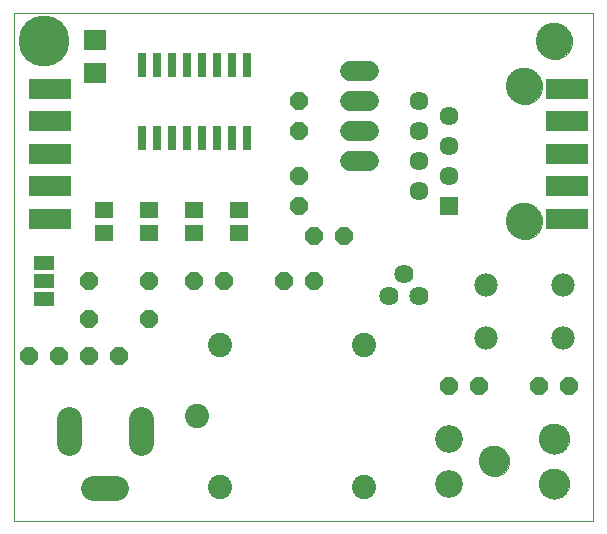
<source format=gts>
G75*
G70*
%OFA0B0*%
%FSLAX24Y24*%
%IPPOS*%
%LPD*%
%AMOC8*
5,1,8,0,0,1.08239X$1,22.5*
%
%ADD10C,0.0000*%
%ADD11C,0.1221*%
%ADD12R,0.0300X0.0840*%
%ADD13R,0.0631X0.0552*%
%ADD14R,0.0749X0.0670*%
%ADD15OC8,0.0600*%
%ADD16C,0.0634*%
%ADD17R,0.0634X0.0634*%
%ADD18R,0.1418X0.0709*%
%ADD19C,0.0680*%
%ADD20C,0.0827*%
%ADD21C,0.0808*%
%ADD22C,0.0640*%
%ADD23C,0.0926*%
%ADD24C,0.1024*%
%ADD25R,0.0670X0.0500*%
%ADD26C,0.0780*%
%ADD27C,0.1700*%
D10*
X004380Y000300D02*
X004380Y017249D01*
X023671Y017249D01*
X023671Y000300D01*
X004380Y000300D01*
X019888Y002300D02*
X019890Y002344D01*
X019896Y002388D01*
X019906Y002431D01*
X019919Y002473D01*
X019937Y002513D01*
X019958Y002552D01*
X019982Y002589D01*
X020009Y002624D01*
X020040Y002656D01*
X020073Y002685D01*
X020109Y002711D01*
X020147Y002733D01*
X020187Y002752D01*
X020228Y002768D01*
X020271Y002780D01*
X020314Y002788D01*
X020358Y002792D01*
X020402Y002792D01*
X020446Y002788D01*
X020489Y002780D01*
X020532Y002768D01*
X020573Y002752D01*
X020613Y002733D01*
X020651Y002711D01*
X020687Y002685D01*
X020720Y002656D01*
X020751Y002624D01*
X020778Y002589D01*
X020802Y002552D01*
X020823Y002513D01*
X020841Y002473D01*
X020854Y002431D01*
X020864Y002388D01*
X020870Y002344D01*
X020872Y002300D01*
X020870Y002256D01*
X020864Y002212D01*
X020854Y002169D01*
X020841Y002127D01*
X020823Y002087D01*
X020802Y002048D01*
X020778Y002011D01*
X020751Y001976D01*
X020720Y001944D01*
X020687Y001915D01*
X020651Y001889D01*
X020613Y001867D01*
X020573Y001848D01*
X020532Y001832D01*
X020489Y001820D01*
X020446Y001812D01*
X020402Y001808D01*
X020358Y001808D01*
X020314Y001812D01*
X020271Y001820D01*
X020228Y001832D01*
X020187Y001848D01*
X020147Y001867D01*
X020109Y001889D01*
X020073Y001915D01*
X020040Y001944D01*
X020009Y001976D01*
X019982Y002011D01*
X019958Y002048D01*
X019937Y002087D01*
X019919Y002127D01*
X019906Y002169D01*
X019896Y002212D01*
X019890Y002256D01*
X019888Y002300D01*
X021888Y001550D02*
X021890Y001594D01*
X021896Y001638D01*
X021906Y001681D01*
X021919Y001723D01*
X021937Y001763D01*
X021958Y001802D01*
X021982Y001839D01*
X022009Y001874D01*
X022040Y001906D01*
X022073Y001935D01*
X022109Y001961D01*
X022147Y001983D01*
X022187Y002002D01*
X022228Y002018D01*
X022271Y002030D01*
X022314Y002038D01*
X022358Y002042D01*
X022402Y002042D01*
X022446Y002038D01*
X022489Y002030D01*
X022532Y002018D01*
X022573Y002002D01*
X022613Y001983D01*
X022651Y001961D01*
X022687Y001935D01*
X022720Y001906D01*
X022751Y001874D01*
X022778Y001839D01*
X022802Y001802D01*
X022823Y001763D01*
X022841Y001723D01*
X022854Y001681D01*
X022864Y001638D01*
X022870Y001594D01*
X022872Y001550D01*
X022870Y001506D01*
X022864Y001462D01*
X022854Y001419D01*
X022841Y001377D01*
X022823Y001337D01*
X022802Y001298D01*
X022778Y001261D01*
X022751Y001226D01*
X022720Y001194D01*
X022687Y001165D01*
X022651Y001139D01*
X022613Y001117D01*
X022573Y001098D01*
X022532Y001082D01*
X022489Y001070D01*
X022446Y001062D01*
X022402Y001058D01*
X022358Y001058D01*
X022314Y001062D01*
X022271Y001070D01*
X022228Y001082D01*
X022187Y001098D01*
X022147Y001117D01*
X022109Y001139D01*
X022073Y001165D01*
X022040Y001194D01*
X022009Y001226D01*
X021982Y001261D01*
X021958Y001298D01*
X021937Y001337D01*
X021919Y001377D01*
X021906Y001419D01*
X021896Y001462D01*
X021890Y001506D01*
X021888Y001550D01*
X021888Y003050D02*
X021890Y003094D01*
X021896Y003138D01*
X021906Y003181D01*
X021919Y003223D01*
X021937Y003263D01*
X021958Y003302D01*
X021982Y003339D01*
X022009Y003374D01*
X022040Y003406D01*
X022073Y003435D01*
X022109Y003461D01*
X022147Y003483D01*
X022187Y003502D01*
X022228Y003518D01*
X022271Y003530D01*
X022314Y003538D01*
X022358Y003542D01*
X022402Y003542D01*
X022446Y003538D01*
X022489Y003530D01*
X022532Y003518D01*
X022573Y003502D01*
X022613Y003483D01*
X022651Y003461D01*
X022687Y003435D01*
X022720Y003406D01*
X022751Y003374D01*
X022778Y003339D01*
X022802Y003302D01*
X022823Y003263D01*
X022841Y003223D01*
X022854Y003181D01*
X022864Y003138D01*
X022870Y003094D01*
X022872Y003050D01*
X022870Y003006D01*
X022864Y002962D01*
X022854Y002919D01*
X022841Y002877D01*
X022823Y002837D01*
X022802Y002798D01*
X022778Y002761D01*
X022751Y002726D01*
X022720Y002694D01*
X022687Y002665D01*
X022651Y002639D01*
X022613Y002617D01*
X022573Y002598D01*
X022532Y002582D01*
X022489Y002570D01*
X022446Y002562D01*
X022402Y002558D01*
X022358Y002558D01*
X022314Y002562D01*
X022271Y002570D01*
X022228Y002582D01*
X022187Y002598D01*
X022147Y002617D01*
X022109Y002639D01*
X022073Y002665D01*
X022040Y002694D01*
X022009Y002726D01*
X021982Y002761D01*
X021958Y002798D01*
X021937Y002837D01*
X021919Y002877D01*
X021906Y002919D01*
X021896Y002962D01*
X021890Y003006D01*
X021888Y003050D01*
X020789Y010300D02*
X020791Y010348D01*
X020797Y010396D01*
X020807Y010443D01*
X020820Y010489D01*
X020838Y010534D01*
X020858Y010578D01*
X020883Y010620D01*
X020911Y010659D01*
X020941Y010696D01*
X020975Y010730D01*
X021012Y010762D01*
X021050Y010791D01*
X021091Y010816D01*
X021134Y010838D01*
X021179Y010856D01*
X021225Y010870D01*
X021272Y010881D01*
X021320Y010888D01*
X021368Y010891D01*
X021416Y010890D01*
X021464Y010885D01*
X021512Y010876D01*
X021558Y010864D01*
X021603Y010847D01*
X021647Y010827D01*
X021689Y010804D01*
X021729Y010777D01*
X021767Y010747D01*
X021802Y010714D01*
X021834Y010678D01*
X021864Y010640D01*
X021890Y010599D01*
X021912Y010556D01*
X021932Y010512D01*
X021947Y010467D01*
X021959Y010420D01*
X021967Y010372D01*
X021971Y010324D01*
X021971Y010276D01*
X021967Y010228D01*
X021959Y010180D01*
X021947Y010133D01*
X021932Y010088D01*
X021912Y010044D01*
X021890Y010001D01*
X021864Y009960D01*
X021834Y009922D01*
X021802Y009886D01*
X021767Y009853D01*
X021729Y009823D01*
X021689Y009796D01*
X021647Y009773D01*
X021603Y009753D01*
X021558Y009736D01*
X021512Y009724D01*
X021464Y009715D01*
X021416Y009710D01*
X021368Y009709D01*
X021320Y009712D01*
X021272Y009719D01*
X021225Y009730D01*
X021179Y009744D01*
X021134Y009762D01*
X021091Y009784D01*
X021050Y009809D01*
X021012Y009838D01*
X020975Y009870D01*
X020941Y009904D01*
X020911Y009941D01*
X020883Y009980D01*
X020858Y010022D01*
X020838Y010066D01*
X020820Y010111D01*
X020807Y010157D01*
X020797Y010204D01*
X020791Y010252D01*
X020789Y010300D01*
X020789Y014800D02*
X020791Y014848D01*
X020797Y014896D01*
X020807Y014943D01*
X020820Y014989D01*
X020838Y015034D01*
X020858Y015078D01*
X020883Y015120D01*
X020911Y015159D01*
X020941Y015196D01*
X020975Y015230D01*
X021012Y015262D01*
X021050Y015291D01*
X021091Y015316D01*
X021134Y015338D01*
X021179Y015356D01*
X021225Y015370D01*
X021272Y015381D01*
X021320Y015388D01*
X021368Y015391D01*
X021416Y015390D01*
X021464Y015385D01*
X021512Y015376D01*
X021558Y015364D01*
X021603Y015347D01*
X021647Y015327D01*
X021689Y015304D01*
X021729Y015277D01*
X021767Y015247D01*
X021802Y015214D01*
X021834Y015178D01*
X021864Y015140D01*
X021890Y015099D01*
X021912Y015056D01*
X021932Y015012D01*
X021947Y014967D01*
X021959Y014920D01*
X021967Y014872D01*
X021971Y014824D01*
X021971Y014776D01*
X021967Y014728D01*
X021959Y014680D01*
X021947Y014633D01*
X021932Y014588D01*
X021912Y014544D01*
X021890Y014501D01*
X021864Y014460D01*
X021834Y014422D01*
X021802Y014386D01*
X021767Y014353D01*
X021729Y014323D01*
X021689Y014296D01*
X021647Y014273D01*
X021603Y014253D01*
X021558Y014236D01*
X021512Y014224D01*
X021464Y014215D01*
X021416Y014210D01*
X021368Y014209D01*
X021320Y014212D01*
X021272Y014219D01*
X021225Y014230D01*
X021179Y014244D01*
X021134Y014262D01*
X021091Y014284D01*
X021050Y014309D01*
X021012Y014338D01*
X020975Y014370D01*
X020941Y014404D01*
X020911Y014441D01*
X020883Y014480D01*
X020858Y014522D01*
X020838Y014566D01*
X020820Y014611D01*
X020807Y014657D01*
X020797Y014704D01*
X020791Y014752D01*
X020789Y014800D01*
X021789Y016300D02*
X021791Y016348D01*
X021797Y016396D01*
X021807Y016443D01*
X021820Y016489D01*
X021838Y016534D01*
X021858Y016578D01*
X021883Y016620D01*
X021911Y016659D01*
X021941Y016696D01*
X021975Y016730D01*
X022012Y016762D01*
X022050Y016791D01*
X022091Y016816D01*
X022134Y016838D01*
X022179Y016856D01*
X022225Y016870D01*
X022272Y016881D01*
X022320Y016888D01*
X022368Y016891D01*
X022416Y016890D01*
X022464Y016885D01*
X022512Y016876D01*
X022558Y016864D01*
X022603Y016847D01*
X022647Y016827D01*
X022689Y016804D01*
X022729Y016777D01*
X022767Y016747D01*
X022802Y016714D01*
X022834Y016678D01*
X022864Y016640D01*
X022890Y016599D01*
X022912Y016556D01*
X022932Y016512D01*
X022947Y016467D01*
X022959Y016420D01*
X022967Y016372D01*
X022971Y016324D01*
X022971Y016276D01*
X022967Y016228D01*
X022959Y016180D01*
X022947Y016133D01*
X022932Y016088D01*
X022912Y016044D01*
X022890Y016001D01*
X022864Y015960D01*
X022834Y015922D01*
X022802Y015886D01*
X022767Y015853D01*
X022729Y015823D01*
X022689Y015796D01*
X022647Y015773D01*
X022603Y015753D01*
X022558Y015736D01*
X022512Y015724D01*
X022464Y015715D01*
X022416Y015710D01*
X022368Y015709D01*
X022320Y015712D01*
X022272Y015719D01*
X022225Y015730D01*
X022179Y015744D01*
X022134Y015762D01*
X022091Y015784D01*
X022050Y015809D01*
X022012Y015838D01*
X021975Y015870D01*
X021941Y015904D01*
X021911Y015941D01*
X021883Y015980D01*
X021858Y016022D01*
X021838Y016066D01*
X021820Y016111D01*
X021807Y016157D01*
X021797Y016204D01*
X021791Y016252D01*
X021789Y016300D01*
D11*
X022380Y016300D03*
X021380Y014800D03*
X021380Y010300D03*
D12*
X012130Y013090D03*
X011630Y013090D03*
X011130Y013090D03*
X010630Y013090D03*
X010130Y013090D03*
X009630Y013090D03*
X009130Y013090D03*
X008630Y013090D03*
X008630Y015510D03*
X009130Y015510D03*
X009630Y015510D03*
X010130Y015510D03*
X010630Y015510D03*
X011130Y015510D03*
X011630Y015510D03*
X012130Y015510D03*
D13*
X011880Y010674D03*
X011880Y009926D03*
X010380Y009926D03*
X010380Y010674D03*
X008880Y010674D03*
X008880Y009926D03*
X007380Y009926D03*
X007380Y010674D03*
D14*
X007080Y015249D03*
X007080Y016351D03*
D15*
X013880Y014300D03*
X013880Y013300D03*
X013880Y011800D03*
X013880Y010800D03*
X014380Y009800D03*
X015380Y009800D03*
X014380Y008300D03*
X013380Y008300D03*
X011380Y008300D03*
X010380Y008300D03*
X008880Y008300D03*
X008880Y007050D03*
X007880Y005800D03*
X006880Y005800D03*
X005880Y005800D03*
X004880Y005800D03*
X006880Y007050D03*
X006880Y008300D03*
X018880Y004800D03*
X019880Y004800D03*
X021880Y004800D03*
X022880Y004800D03*
D16*
X017880Y011300D03*
X018880Y011800D03*
X017880Y012300D03*
X018880Y012800D03*
X017880Y013300D03*
X018880Y013800D03*
X017880Y014300D03*
D17*
X018880Y010800D03*
D18*
X022800Y010390D03*
X022800Y011470D03*
X022800Y012550D03*
X022800Y013630D03*
X022800Y014710D03*
X005560Y014710D03*
X005560Y013630D03*
X005560Y012550D03*
X005560Y011470D03*
X005560Y010390D03*
D19*
X015560Y012300D02*
X016200Y012300D01*
X016200Y013300D02*
X015560Y013300D01*
X015560Y014300D02*
X016200Y014300D01*
X016200Y015300D02*
X015560Y015300D01*
D20*
X008600Y003694D02*
X008600Y002906D01*
X007774Y001410D02*
X006986Y001410D01*
X006199Y002906D02*
X006199Y003694D01*
D21*
X010455Y003800D03*
X011242Y001438D03*
X016045Y001438D03*
X016045Y006162D03*
X011242Y006162D03*
D22*
X016880Y007800D03*
X017380Y008550D03*
X017880Y007800D03*
D23*
X018880Y003050D03*
X018880Y001550D03*
D24*
X020380Y002300D03*
X022380Y001550D03*
X022380Y003050D03*
D25*
X005380Y007700D03*
X005380Y008300D03*
X005380Y008900D03*
D26*
X020100Y008190D03*
X020100Y006410D03*
X022660Y006410D03*
X022660Y008190D03*
D27*
X005380Y016300D03*
M02*

</source>
